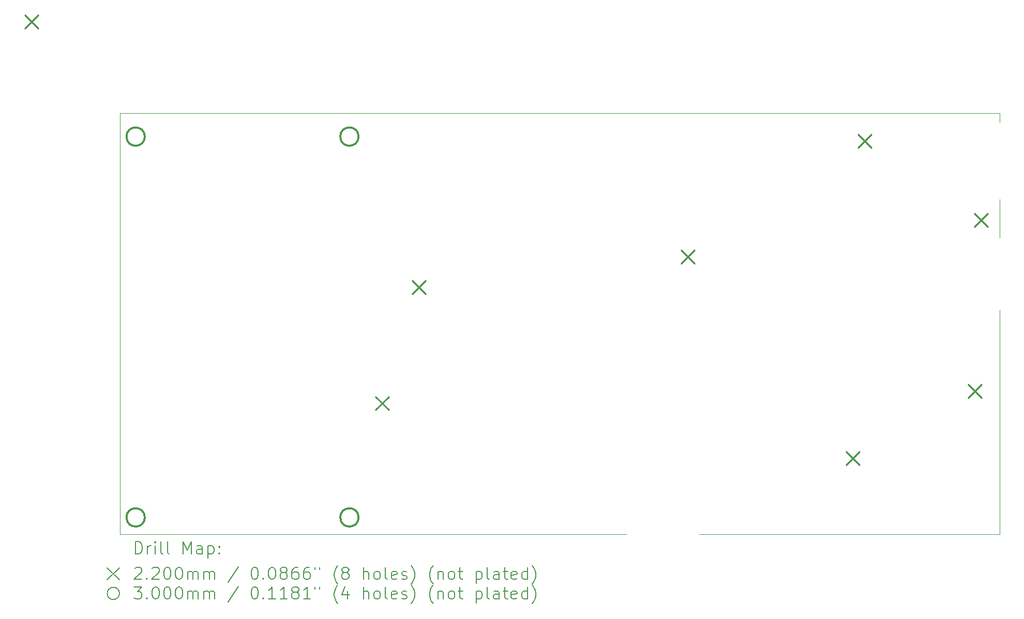
<source format=gbr>
%TF.GenerationSoftware,KiCad,Pcbnew,7.0.6-7.0.6~ubuntu22.04.1*%
%TF.CreationDate,2023-08-10T14:04:52+03:00*%
%TF.ProjectId,xray-v2,78726179-2d76-4322-9e6b-696361645f70,rev?*%
%TF.SameCoordinates,Original*%
%TF.FileFunction,Drillmap*%
%TF.FilePolarity,Positive*%
%FSLAX45Y45*%
G04 Gerber Fmt 4.5, Leading zero omitted, Abs format (unit mm)*
G04 Created by KiCad (PCBNEW 7.0.6-7.0.6~ubuntu22.04.1) date 2023-08-10 14:04:52*
%MOMM*%
%LPD*%
G01*
G04 APERTURE LIST*
%ADD10C,0.100000*%
%ADD11C,0.200000*%
%ADD12C,0.220000*%
%ADD13C,0.300000*%
G04 APERTURE END LIST*
D10*
X10000000Y-6550000D02*
X24402000Y-6550000D01*
X19485050Y-13449500D02*
X24402000Y-13450000D01*
X24402000Y-13450000D02*
X24402000Y-9772500D01*
X10000000Y-13450000D02*
X10000000Y-6550000D01*
X24402000Y-6700000D02*
X24402000Y-6550000D01*
X24402000Y-8582500D02*
X24402000Y-7960000D01*
X18295050Y-13449500D02*
X10000000Y-13450000D01*
D11*
D12*
X8450000Y-4940000D02*
X8670000Y-5160000D01*
X8670000Y-4940000D02*
X8450000Y-5160000D01*
X14190000Y-11190000D02*
X14410000Y-11410000D01*
X14410000Y-11190000D02*
X14190000Y-11410000D01*
X14790000Y-9290000D02*
X15010000Y-9510000D01*
X15010000Y-9290000D02*
X14790000Y-9510000D01*
X19190000Y-8790000D02*
X19410000Y-9010000D01*
X19410000Y-8790000D02*
X19190000Y-9010000D01*
X21890000Y-12090000D02*
X22110000Y-12310000D01*
X22110000Y-12090000D02*
X21890000Y-12310000D01*
X22090000Y-6890000D02*
X22310000Y-7110000D01*
X22310000Y-6890000D02*
X22090000Y-7110000D01*
X23890000Y-10990000D02*
X24110000Y-11210000D01*
X24110000Y-10990000D02*
X23890000Y-11210000D01*
X23990000Y-8190000D02*
X24210000Y-8410000D01*
X24210000Y-8190000D02*
X23990000Y-8410000D01*
D13*
X10410000Y-6930000D02*
G75*
G03*
X10410000Y-6930000I-150000J0D01*
G01*
X10410000Y-13170000D02*
G75*
G03*
X10410000Y-13170000I-150000J0D01*
G01*
X13910000Y-6930000D02*
G75*
G03*
X13910000Y-6930000I-150000J0D01*
G01*
X13910000Y-13170000D02*
G75*
G03*
X13910000Y-13170000I-150000J0D01*
G01*
D11*
X10255777Y-13766984D02*
X10255777Y-13566984D01*
X10255777Y-13566984D02*
X10303396Y-13566984D01*
X10303396Y-13566984D02*
X10331967Y-13576508D01*
X10331967Y-13576508D02*
X10351015Y-13595555D01*
X10351015Y-13595555D02*
X10360539Y-13614603D01*
X10360539Y-13614603D02*
X10370063Y-13652698D01*
X10370063Y-13652698D02*
X10370063Y-13681269D01*
X10370063Y-13681269D02*
X10360539Y-13719365D01*
X10360539Y-13719365D02*
X10351015Y-13738412D01*
X10351015Y-13738412D02*
X10331967Y-13757460D01*
X10331967Y-13757460D02*
X10303396Y-13766984D01*
X10303396Y-13766984D02*
X10255777Y-13766984D01*
X10455777Y-13766984D02*
X10455777Y-13633650D01*
X10455777Y-13671746D02*
X10465301Y-13652698D01*
X10465301Y-13652698D02*
X10474824Y-13643174D01*
X10474824Y-13643174D02*
X10493872Y-13633650D01*
X10493872Y-13633650D02*
X10512920Y-13633650D01*
X10579586Y-13766984D02*
X10579586Y-13633650D01*
X10579586Y-13566984D02*
X10570063Y-13576508D01*
X10570063Y-13576508D02*
X10579586Y-13586031D01*
X10579586Y-13586031D02*
X10589110Y-13576508D01*
X10589110Y-13576508D02*
X10579586Y-13566984D01*
X10579586Y-13566984D02*
X10579586Y-13586031D01*
X10703396Y-13766984D02*
X10684348Y-13757460D01*
X10684348Y-13757460D02*
X10674824Y-13738412D01*
X10674824Y-13738412D02*
X10674824Y-13566984D01*
X10808158Y-13766984D02*
X10789110Y-13757460D01*
X10789110Y-13757460D02*
X10779586Y-13738412D01*
X10779586Y-13738412D02*
X10779586Y-13566984D01*
X11036729Y-13766984D02*
X11036729Y-13566984D01*
X11036729Y-13566984D02*
X11103396Y-13709841D01*
X11103396Y-13709841D02*
X11170063Y-13566984D01*
X11170063Y-13566984D02*
X11170063Y-13766984D01*
X11351015Y-13766984D02*
X11351015Y-13662222D01*
X11351015Y-13662222D02*
X11341491Y-13643174D01*
X11341491Y-13643174D02*
X11322443Y-13633650D01*
X11322443Y-13633650D02*
X11284348Y-13633650D01*
X11284348Y-13633650D02*
X11265301Y-13643174D01*
X11351015Y-13757460D02*
X11331967Y-13766984D01*
X11331967Y-13766984D02*
X11284348Y-13766984D01*
X11284348Y-13766984D02*
X11265301Y-13757460D01*
X11265301Y-13757460D02*
X11255777Y-13738412D01*
X11255777Y-13738412D02*
X11255777Y-13719365D01*
X11255777Y-13719365D02*
X11265301Y-13700317D01*
X11265301Y-13700317D02*
X11284348Y-13690793D01*
X11284348Y-13690793D02*
X11331967Y-13690793D01*
X11331967Y-13690793D02*
X11351015Y-13681269D01*
X11446253Y-13633650D02*
X11446253Y-13833650D01*
X11446253Y-13643174D02*
X11465301Y-13633650D01*
X11465301Y-13633650D02*
X11503396Y-13633650D01*
X11503396Y-13633650D02*
X11522443Y-13643174D01*
X11522443Y-13643174D02*
X11531967Y-13652698D01*
X11531967Y-13652698D02*
X11541491Y-13671746D01*
X11541491Y-13671746D02*
X11541491Y-13728888D01*
X11541491Y-13728888D02*
X11531967Y-13747936D01*
X11531967Y-13747936D02*
X11522443Y-13757460D01*
X11522443Y-13757460D02*
X11503396Y-13766984D01*
X11503396Y-13766984D02*
X11465301Y-13766984D01*
X11465301Y-13766984D02*
X11446253Y-13757460D01*
X11627205Y-13747936D02*
X11636729Y-13757460D01*
X11636729Y-13757460D02*
X11627205Y-13766984D01*
X11627205Y-13766984D02*
X11617682Y-13757460D01*
X11617682Y-13757460D02*
X11627205Y-13747936D01*
X11627205Y-13747936D02*
X11627205Y-13766984D01*
X11627205Y-13643174D02*
X11636729Y-13652698D01*
X11636729Y-13652698D02*
X11627205Y-13662222D01*
X11627205Y-13662222D02*
X11617682Y-13652698D01*
X11617682Y-13652698D02*
X11627205Y-13643174D01*
X11627205Y-13643174D02*
X11627205Y-13662222D01*
X9795000Y-13995500D02*
X9995000Y-14195500D01*
X9995000Y-13995500D02*
X9795000Y-14195500D01*
X10246253Y-14006031D02*
X10255777Y-13996508D01*
X10255777Y-13996508D02*
X10274824Y-13986984D01*
X10274824Y-13986984D02*
X10322444Y-13986984D01*
X10322444Y-13986984D02*
X10341491Y-13996508D01*
X10341491Y-13996508D02*
X10351015Y-14006031D01*
X10351015Y-14006031D02*
X10360539Y-14025079D01*
X10360539Y-14025079D02*
X10360539Y-14044127D01*
X10360539Y-14044127D02*
X10351015Y-14072698D01*
X10351015Y-14072698D02*
X10236729Y-14186984D01*
X10236729Y-14186984D02*
X10360539Y-14186984D01*
X10446253Y-14167936D02*
X10455777Y-14177460D01*
X10455777Y-14177460D02*
X10446253Y-14186984D01*
X10446253Y-14186984D02*
X10436729Y-14177460D01*
X10436729Y-14177460D02*
X10446253Y-14167936D01*
X10446253Y-14167936D02*
X10446253Y-14186984D01*
X10531967Y-14006031D02*
X10541491Y-13996508D01*
X10541491Y-13996508D02*
X10560539Y-13986984D01*
X10560539Y-13986984D02*
X10608158Y-13986984D01*
X10608158Y-13986984D02*
X10627205Y-13996508D01*
X10627205Y-13996508D02*
X10636729Y-14006031D01*
X10636729Y-14006031D02*
X10646253Y-14025079D01*
X10646253Y-14025079D02*
X10646253Y-14044127D01*
X10646253Y-14044127D02*
X10636729Y-14072698D01*
X10636729Y-14072698D02*
X10522444Y-14186984D01*
X10522444Y-14186984D02*
X10646253Y-14186984D01*
X10770063Y-13986984D02*
X10789110Y-13986984D01*
X10789110Y-13986984D02*
X10808158Y-13996508D01*
X10808158Y-13996508D02*
X10817682Y-14006031D01*
X10817682Y-14006031D02*
X10827205Y-14025079D01*
X10827205Y-14025079D02*
X10836729Y-14063174D01*
X10836729Y-14063174D02*
X10836729Y-14110793D01*
X10836729Y-14110793D02*
X10827205Y-14148888D01*
X10827205Y-14148888D02*
X10817682Y-14167936D01*
X10817682Y-14167936D02*
X10808158Y-14177460D01*
X10808158Y-14177460D02*
X10789110Y-14186984D01*
X10789110Y-14186984D02*
X10770063Y-14186984D01*
X10770063Y-14186984D02*
X10751015Y-14177460D01*
X10751015Y-14177460D02*
X10741491Y-14167936D01*
X10741491Y-14167936D02*
X10731967Y-14148888D01*
X10731967Y-14148888D02*
X10722444Y-14110793D01*
X10722444Y-14110793D02*
X10722444Y-14063174D01*
X10722444Y-14063174D02*
X10731967Y-14025079D01*
X10731967Y-14025079D02*
X10741491Y-14006031D01*
X10741491Y-14006031D02*
X10751015Y-13996508D01*
X10751015Y-13996508D02*
X10770063Y-13986984D01*
X10960539Y-13986984D02*
X10979586Y-13986984D01*
X10979586Y-13986984D02*
X10998634Y-13996508D01*
X10998634Y-13996508D02*
X11008158Y-14006031D01*
X11008158Y-14006031D02*
X11017682Y-14025079D01*
X11017682Y-14025079D02*
X11027205Y-14063174D01*
X11027205Y-14063174D02*
X11027205Y-14110793D01*
X11027205Y-14110793D02*
X11017682Y-14148888D01*
X11017682Y-14148888D02*
X11008158Y-14167936D01*
X11008158Y-14167936D02*
X10998634Y-14177460D01*
X10998634Y-14177460D02*
X10979586Y-14186984D01*
X10979586Y-14186984D02*
X10960539Y-14186984D01*
X10960539Y-14186984D02*
X10941491Y-14177460D01*
X10941491Y-14177460D02*
X10931967Y-14167936D01*
X10931967Y-14167936D02*
X10922444Y-14148888D01*
X10922444Y-14148888D02*
X10912920Y-14110793D01*
X10912920Y-14110793D02*
X10912920Y-14063174D01*
X10912920Y-14063174D02*
X10922444Y-14025079D01*
X10922444Y-14025079D02*
X10931967Y-14006031D01*
X10931967Y-14006031D02*
X10941491Y-13996508D01*
X10941491Y-13996508D02*
X10960539Y-13986984D01*
X11112920Y-14186984D02*
X11112920Y-14053650D01*
X11112920Y-14072698D02*
X11122444Y-14063174D01*
X11122444Y-14063174D02*
X11141491Y-14053650D01*
X11141491Y-14053650D02*
X11170063Y-14053650D01*
X11170063Y-14053650D02*
X11189110Y-14063174D01*
X11189110Y-14063174D02*
X11198634Y-14082222D01*
X11198634Y-14082222D02*
X11198634Y-14186984D01*
X11198634Y-14082222D02*
X11208158Y-14063174D01*
X11208158Y-14063174D02*
X11227205Y-14053650D01*
X11227205Y-14053650D02*
X11255777Y-14053650D01*
X11255777Y-14053650D02*
X11274824Y-14063174D01*
X11274824Y-14063174D02*
X11284348Y-14082222D01*
X11284348Y-14082222D02*
X11284348Y-14186984D01*
X11379586Y-14186984D02*
X11379586Y-14053650D01*
X11379586Y-14072698D02*
X11389110Y-14063174D01*
X11389110Y-14063174D02*
X11408158Y-14053650D01*
X11408158Y-14053650D02*
X11436729Y-14053650D01*
X11436729Y-14053650D02*
X11455777Y-14063174D01*
X11455777Y-14063174D02*
X11465301Y-14082222D01*
X11465301Y-14082222D02*
X11465301Y-14186984D01*
X11465301Y-14082222D02*
X11474824Y-14063174D01*
X11474824Y-14063174D02*
X11493872Y-14053650D01*
X11493872Y-14053650D02*
X11522443Y-14053650D01*
X11522443Y-14053650D02*
X11541491Y-14063174D01*
X11541491Y-14063174D02*
X11551015Y-14082222D01*
X11551015Y-14082222D02*
X11551015Y-14186984D01*
X11941491Y-13977460D02*
X11770063Y-14234603D01*
X12198634Y-13986984D02*
X12217682Y-13986984D01*
X12217682Y-13986984D02*
X12236729Y-13996508D01*
X12236729Y-13996508D02*
X12246253Y-14006031D01*
X12246253Y-14006031D02*
X12255777Y-14025079D01*
X12255777Y-14025079D02*
X12265301Y-14063174D01*
X12265301Y-14063174D02*
X12265301Y-14110793D01*
X12265301Y-14110793D02*
X12255777Y-14148888D01*
X12255777Y-14148888D02*
X12246253Y-14167936D01*
X12246253Y-14167936D02*
X12236729Y-14177460D01*
X12236729Y-14177460D02*
X12217682Y-14186984D01*
X12217682Y-14186984D02*
X12198634Y-14186984D01*
X12198634Y-14186984D02*
X12179586Y-14177460D01*
X12179586Y-14177460D02*
X12170063Y-14167936D01*
X12170063Y-14167936D02*
X12160539Y-14148888D01*
X12160539Y-14148888D02*
X12151015Y-14110793D01*
X12151015Y-14110793D02*
X12151015Y-14063174D01*
X12151015Y-14063174D02*
X12160539Y-14025079D01*
X12160539Y-14025079D02*
X12170063Y-14006031D01*
X12170063Y-14006031D02*
X12179586Y-13996508D01*
X12179586Y-13996508D02*
X12198634Y-13986984D01*
X12351015Y-14167936D02*
X12360539Y-14177460D01*
X12360539Y-14177460D02*
X12351015Y-14186984D01*
X12351015Y-14186984D02*
X12341491Y-14177460D01*
X12341491Y-14177460D02*
X12351015Y-14167936D01*
X12351015Y-14167936D02*
X12351015Y-14186984D01*
X12484348Y-13986984D02*
X12503396Y-13986984D01*
X12503396Y-13986984D02*
X12522444Y-13996508D01*
X12522444Y-13996508D02*
X12531967Y-14006031D01*
X12531967Y-14006031D02*
X12541491Y-14025079D01*
X12541491Y-14025079D02*
X12551015Y-14063174D01*
X12551015Y-14063174D02*
X12551015Y-14110793D01*
X12551015Y-14110793D02*
X12541491Y-14148888D01*
X12541491Y-14148888D02*
X12531967Y-14167936D01*
X12531967Y-14167936D02*
X12522444Y-14177460D01*
X12522444Y-14177460D02*
X12503396Y-14186984D01*
X12503396Y-14186984D02*
X12484348Y-14186984D01*
X12484348Y-14186984D02*
X12465301Y-14177460D01*
X12465301Y-14177460D02*
X12455777Y-14167936D01*
X12455777Y-14167936D02*
X12446253Y-14148888D01*
X12446253Y-14148888D02*
X12436729Y-14110793D01*
X12436729Y-14110793D02*
X12436729Y-14063174D01*
X12436729Y-14063174D02*
X12446253Y-14025079D01*
X12446253Y-14025079D02*
X12455777Y-14006031D01*
X12455777Y-14006031D02*
X12465301Y-13996508D01*
X12465301Y-13996508D02*
X12484348Y-13986984D01*
X12665301Y-14072698D02*
X12646253Y-14063174D01*
X12646253Y-14063174D02*
X12636729Y-14053650D01*
X12636729Y-14053650D02*
X12627206Y-14034603D01*
X12627206Y-14034603D02*
X12627206Y-14025079D01*
X12627206Y-14025079D02*
X12636729Y-14006031D01*
X12636729Y-14006031D02*
X12646253Y-13996508D01*
X12646253Y-13996508D02*
X12665301Y-13986984D01*
X12665301Y-13986984D02*
X12703396Y-13986984D01*
X12703396Y-13986984D02*
X12722444Y-13996508D01*
X12722444Y-13996508D02*
X12731967Y-14006031D01*
X12731967Y-14006031D02*
X12741491Y-14025079D01*
X12741491Y-14025079D02*
X12741491Y-14034603D01*
X12741491Y-14034603D02*
X12731967Y-14053650D01*
X12731967Y-14053650D02*
X12722444Y-14063174D01*
X12722444Y-14063174D02*
X12703396Y-14072698D01*
X12703396Y-14072698D02*
X12665301Y-14072698D01*
X12665301Y-14072698D02*
X12646253Y-14082222D01*
X12646253Y-14082222D02*
X12636729Y-14091746D01*
X12636729Y-14091746D02*
X12627206Y-14110793D01*
X12627206Y-14110793D02*
X12627206Y-14148888D01*
X12627206Y-14148888D02*
X12636729Y-14167936D01*
X12636729Y-14167936D02*
X12646253Y-14177460D01*
X12646253Y-14177460D02*
X12665301Y-14186984D01*
X12665301Y-14186984D02*
X12703396Y-14186984D01*
X12703396Y-14186984D02*
X12722444Y-14177460D01*
X12722444Y-14177460D02*
X12731967Y-14167936D01*
X12731967Y-14167936D02*
X12741491Y-14148888D01*
X12741491Y-14148888D02*
X12741491Y-14110793D01*
X12741491Y-14110793D02*
X12731967Y-14091746D01*
X12731967Y-14091746D02*
X12722444Y-14082222D01*
X12722444Y-14082222D02*
X12703396Y-14072698D01*
X12912920Y-13986984D02*
X12874825Y-13986984D01*
X12874825Y-13986984D02*
X12855777Y-13996508D01*
X12855777Y-13996508D02*
X12846253Y-14006031D01*
X12846253Y-14006031D02*
X12827206Y-14034603D01*
X12827206Y-14034603D02*
X12817682Y-14072698D01*
X12817682Y-14072698D02*
X12817682Y-14148888D01*
X12817682Y-14148888D02*
X12827206Y-14167936D01*
X12827206Y-14167936D02*
X12836729Y-14177460D01*
X12836729Y-14177460D02*
X12855777Y-14186984D01*
X12855777Y-14186984D02*
X12893872Y-14186984D01*
X12893872Y-14186984D02*
X12912920Y-14177460D01*
X12912920Y-14177460D02*
X12922444Y-14167936D01*
X12922444Y-14167936D02*
X12931967Y-14148888D01*
X12931967Y-14148888D02*
X12931967Y-14101269D01*
X12931967Y-14101269D02*
X12922444Y-14082222D01*
X12922444Y-14082222D02*
X12912920Y-14072698D01*
X12912920Y-14072698D02*
X12893872Y-14063174D01*
X12893872Y-14063174D02*
X12855777Y-14063174D01*
X12855777Y-14063174D02*
X12836729Y-14072698D01*
X12836729Y-14072698D02*
X12827206Y-14082222D01*
X12827206Y-14082222D02*
X12817682Y-14101269D01*
X13103396Y-13986984D02*
X13065301Y-13986984D01*
X13065301Y-13986984D02*
X13046253Y-13996508D01*
X13046253Y-13996508D02*
X13036729Y-14006031D01*
X13036729Y-14006031D02*
X13017682Y-14034603D01*
X13017682Y-14034603D02*
X13008158Y-14072698D01*
X13008158Y-14072698D02*
X13008158Y-14148888D01*
X13008158Y-14148888D02*
X13017682Y-14167936D01*
X13017682Y-14167936D02*
X13027206Y-14177460D01*
X13027206Y-14177460D02*
X13046253Y-14186984D01*
X13046253Y-14186984D02*
X13084348Y-14186984D01*
X13084348Y-14186984D02*
X13103396Y-14177460D01*
X13103396Y-14177460D02*
X13112920Y-14167936D01*
X13112920Y-14167936D02*
X13122444Y-14148888D01*
X13122444Y-14148888D02*
X13122444Y-14101269D01*
X13122444Y-14101269D02*
X13112920Y-14082222D01*
X13112920Y-14082222D02*
X13103396Y-14072698D01*
X13103396Y-14072698D02*
X13084348Y-14063174D01*
X13084348Y-14063174D02*
X13046253Y-14063174D01*
X13046253Y-14063174D02*
X13027206Y-14072698D01*
X13027206Y-14072698D02*
X13017682Y-14082222D01*
X13017682Y-14082222D02*
X13008158Y-14101269D01*
X13198634Y-13986984D02*
X13198634Y-14025079D01*
X13274825Y-13986984D02*
X13274825Y-14025079D01*
X13570063Y-14263174D02*
X13560539Y-14253650D01*
X13560539Y-14253650D02*
X13541491Y-14225079D01*
X13541491Y-14225079D02*
X13531968Y-14206031D01*
X13531968Y-14206031D02*
X13522444Y-14177460D01*
X13522444Y-14177460D02*
X13512920Y-14129841D01*
X13512920Y-14129841D02*
X13512920Y-14091746D01*
X13512920Y-14091746D02*
X13522444Y-14044127D01*
X13522444Y-14044127D02*
X13531968Y-14015555D01*
X13531968Y-14015555D02*
X13541491Y-13996508D01*
X13541491Y-13996508D02*
X13560539Y-13967936D01*
X13560539Y-13967936D02*
X13570063Y-13958412D01*
X13674825Y-14072698D02*
X13655777Y-14063174D01*
X13655777Y-14063174D02*
X13646253Y-14053650D01*
X13646253Y-14053650D02*
X13636729Y-14034603D01*
X13636729Y-14034603D02*
X13636729Y-14025079D01*
X13636729Y-14025079D02*
X13646253Y-14006031D01*
X13646253Y-14006031D02*
X13655777Y-13996508D01*
X13655777Y-13996508D02*
X13674825Y-13986984D01*
X13674825Y-13986984D02*
X13712920Y-13986984D01*
X13712920Y-13986984D02*
X13731968Y-13996508D01*
X13731968Y-13996508D02*
X13741491Y-14006031D01*
X13741491Y-14006031D02*
X13751015Y-14025079D01*
X13751015Y-14025079D02*
X13751015Y-14034603D01*
X13751015Y-14034603D02*
X13741491Y-14053650D01*
X13741491Y-14053650D02*
X13731968Y-14063174D01*
X13731968Y-14063174D02*
X13712920Y-14072698D01*
X13712920Y-14072698D02*
X13674825Y-14072698D01*
X13674825Y-14072698D02*
X13655777Y-14082222D01*
X13655777Y-14082222D02*
X13646253Y-14091746D01*
X13646253Y-14091746D02*
X13636729Y-14110793D01*
X13636729Y-14110793D02*
X13636729Y-14148888D01*
X13636729Y-14148888D02*
X13646253Y-14167936D01*
X13646253Y-14167936D02*
X13655777Y-14177460D01*
X13655777Y-14177460D02*
X13674825Y-14186984D01*
X13674825Y-14186984D02*
X13712920Y-14186984D01*
X13712920Y-14186984D02*
X13731968Y-14177460D01*
X13731968Y-14177460D02*
X13741491Y-14167936D01*
X13741491Y-14167936D02*
X13751015Y-14148888D01*
X13751015Y-14148888D02*
X13751015Y-14110793D01*
X13751015Y-14110793D02*
X13741491Y-14091746D01*
X13741491Y-14091746D02*
X13731968Y-14082222D01*
X13731968Y-14082222D02*
X13712920Y-14072698D01*
X13989110Y-14186984D02*
X13989110Y-13986984D01*
X14074825Y-14186984D02*
X14074825Y-14082222D01*
X14074825Y-14082222D02*
X14065301Y-14063174D01*
X14065301Y-14063174D02*
X14046253Y-14053650D01*
X14046253Y-14053650D02*
X14017682Y-14053650D01*
X14017682Y-14053650D02*
X13998634Y-14063174D01*
X13998634Y-14063174D02*
X13989110Y-14072698D01*
X14198634Y-14186984D02*
X14179587Y-14177460D01*
X14179587Y-14177460D02*
X14170063Y-14167936D01*
X14170063Y-14167936D02*
X14160539Y-14148888D01*
X14160539Y-14148888D02*
X14160539Y-14091746D01*
X14160539Y-14091746D02*
X14170063Y-14072698D01*
X14170063Y-14072698D02*
X14179587Y-14063174D01*
X14179587Y-14063174D02*
X14198634Y-14053650D01*
X14198634Y-14053650D02*
X14227206Y-14053650D01*
X14227206Y-14053650D02*
X14246253Y-14063174D01*
X14246253Y-14063174D02*
X14255777Y-14072698D01*
X14255777Y-14072698D02*
X14265301Y-14091746D01*
X14265301Y-14091746D02*
X14265301Y-14148888D01*
X14265301Y-14148888D02*
X14255777Y-14167936D01*
X14255777Y-14167936D02*
X14246253Y-14177460D01*
X14246253Y-14177460D02*
X14227206Y-14186984D01*
X14227206Y-14186984D02*
X14198634Y-14186984D01*
X14379587Y-14186984D02*
X14360539Y-14177460D01*
X14360539Y-14177460D02*
X14351015Y-14158412D01*
X14351015Y-14158412D02*
X14351015Y-13986984D01*
X14531968Y-14177460D02*
X14512920Y-14186984D01*
X14512920Y-14186984D02*
X14474825Y-14186984D01*
X14474825Y-14186984D02*
X14455777Y-14177460D01*
X14455777Y-14177460D02*
X14446253Y-14158412D01*
X14446253Y-14158412D02*
X14446253Y-14082222D01*
X14446253Y-14082222D02*
X14455777Y-14063174D01*
X14455777Y-14063174D02*
X14474825Y-14053650D01*
X14474825Y-14053650D02*
X14512920Y-14053650D01*
X14512920Y-14053650D02*
X14531968Y-14063174D01*
X14531968Y-14063174D02*
X14541491Y-14082222D01*
X14541491Y-14082222D02*
X14541491Y-14101269D01*
X14541491Y-14101269D02*
X14446253Y-14120317D01*
X14617682Y-14177460D02*
X14636730Y-14186984D01*
X14636730Y-14186984D02*
X14674825Y-14186984D01*
X14674825Y-14186984D02*
X14693872Y-14177460D01*
X14693872Y-14177460D02*
X14703396Y-14158412D01*
X14703396Y-14158412D02*
X14703396Y-14148888D01*
X14703396Y-14148888D02*
X14693872Y-14129841D01*
X14693872Y-14129841D02*
X14674825Y-14120317D01*
X14674825Y-14120317D02*
X14646253Y-14120317D01*
X14646253Y-14120317D02*
X14627206Y-14110793D01*
X14627206Y-14110793D02*
X14617682Y-14091746D01*
X14617682Y-14091746D02*
X14617682Y-14082222D01*
X14617682Y-14082222D02*
X14627206Y-14063174D01*
X14627206Y-14063174D02*
X14646253Y-14053650D01*
X14646253Y-14053650D02*
X14674825Y-14053650D01*
X14674825Y-14053650D02*
X14693872Y-14063174D01*
X14770063Y-14263174D02*
X14779587Y-14253650D01*
X14779587Y-14253650D02*
X14798634Y-14225079D01*
X14798634Y-14225079D02*
X14808158Y-14206031D01*
X14808158Y-14206031D02*
X14817682Y-14177460D01*
X14817682Y-14177460D02*
X14827206Y-14129841D01*
X14827206Y-14129841D02*
X14827206Y-14091746D01*
X14827206Y-14091746D02*
X14817682Y-14044127D01*
X14817682Y-14044127D02*
X14808158Y-14015555D01*
X14808158Y-14015555D02*
X14798634Y-13996508D01*
X14798634Y-13996508D02*
X14779587Y-13967936D01*
X14779587Y-13967936D02*
X14770063Y-13958412D01*
X15131968Y-14263174D02*
X15122444Y-14253650D01*
X15122444Y-14253650D02*
X15103396Y-14225079D01*
X15103396Y-14225079D02*
X15093872Y-14206031D01*
X15093872Y-14206031D02*
X15084349Y-14177460D01*
X15084349Y-14177460D02*
X15074825Y-14129841D01*
X15074825Y-14129841D02*
X15074825Y-14091746D01*
X15074825Y-14091746D02*
X15084349Y-14044127D01*
X15084349Y-14044127D02*
X15093872Y-14015555D01*
X15093872Y-14015555D02*
X15103396Y-13996508D01*
X15103396Y-13996508D02*
X15122444Y-13967936D01*
X15122444Y-13967936D02*
X15131968Y-13958412D01*
X15208158Y-14053650D02*
X15208158Y-14186984D01*
X15208158Y-14072698D02*
X15217682Y-14063174D01*
X15217682Y-14063174D02*
X15236730Y-14053650D01*
X15236730Y-14053650D02*
X15265301Y-14053650D01*
X15265301Y-14053650D02*
X15284349Y-14063174D01*
X15284349Y-14063174D02*
X15293872Y-14082222D01*
X15293872Y-14082222D02*
X15293872Y-14186984D01*
X15417682Y-14186984D02*
X15398634Y-14177460D01*
X15398634Y-14177460D02*
X15389111Y-14167936D01*
X15389111Y-14167936D02*
X15379587Y-14148888D01*
X15379587Y-14148888D02*
X15379587Y-14091746D01*
X15379587Y-14091746D02*
X15389111Y-14072698D01*
X15389111Y-14072698D02*
X15398634Y-14063174D01*
X15398634Y-14063174D02*
X15417682Y-14053650D01*
X15417682Y-14053650D02*
X15446253Y-14053650D01*
X15446253Y-14053650D02*
X15465301Y-14063174D01*
X15465301Y-14063174D02*
X15474825Y-14072698D01*
X15474825Y-14072698D02*
X15484349Y-14091746D01*
X15484349Y-14091746D02*
X15484349Y-14148888D01*
X15484349Y-14148888D02*
X15474825Y-14167936D01*
X15474825Y-14167936D02*
X15465301Y-14177460D01*
X15465301Y-14177460D02*
X15446253Y-14186984D01*
X15446253Y-14186984D02*
X15417682Y-14186984D01*
X15541492Y-14053650D02*
X15617682Y-14053650D01*
X15570063Y-13986984D02*
X15570063Y-14158412D01*
X15570063Y-14158412D02*
X15579587Y-14177460D01*
X15579587Y-14177460D02*
X15598634Y-14186984D01*
X15598634Y-14186984D02*
X15617682Y-14186984D01*
X15836730Y-14053650D02*
X15836730Y-14253650D01*
X15836730Y-14063174D02*
X15855777Y-14053650D01*
X15855777Y-14053650D02*
X15893873Y-14053650D01*
X15893873Y-14053650D02*
X15912920Y-14063174D01*
X15912920Y-14063174D02*
X15922444Y-14072698D01*
X15922444Y-14072698D02*
X15931968Y-14091746D01*
X15931968Y-14091746D02*
X15931968Y-14148888D01*
X15931968Y-14148888D02*
X15922444Y-14167936D01*
X15922444Y-14167936D02*
X15912920Y-14177460D01*
X15912920Y-14177460D02*
X15893873Y-14186984D01*
X15893873Y-14186984D02*
X15855777Y-14186984D01*
X15855777Y-14186984D02*
X15836730Y-14177460D01*
X16046253Y-14186984D02*
X16027206Y-14177460D01*
X16027206Y-14177460D02*
X16017682Y-14158412D01*
X16017682Y-14158412D02*
X16017682Y-13986984D01*
X16208158Y-14186984D02*
X16208158Y-14082222D01*
X16208158Y-14082222D02*
X16198634Y-14063174D01*
X16198634Y-14063174D02*
X16179587Y-14053650D01*
X16179587Y-14053650D02*
X16141492Y-14053650D01*
X16141492Y-14053650D02*
X16122444Y-14063174D01*
X16208158Y-14177460D02*
X16189111Y-14186984D01*
X16189111Y-14186984D02*
X16141492Y-14186984D01*
X16141492Y-14186984D02*
X16122444Y-14177460D01*
X16122444Y-14177460D02*
X16112920Y-14158412D01*
X16112920Y-14158412D02*
X16112920Y-14139365D01*
X16112920Y-14139365D02*
X16122444Y-14120317D01*
X16122444Y-14120317D02*
X16141492Y-14110793D01*
X16141492Y-14110793D02*
X16189111Y-14110793D01*
X16189111Y-14110793D02*
X16208158Y-14101269D01*
X16274825Y-14053650D02*
X16351015Y-14053650D01*
X16303396Y-13986984D02*
X16303396Y-14158412D01*
X16303396Y-14158412D02*
X16312920Y-14177460D01*
X16312920Y-14177460D02*
X16331968Y-14186984D01*
X16331968Y-14186984D02*
X16351015Y-14186984D01*
X16493873Y-14177460D02*
X16474825Y-14186984D01*
X16474825Y-14186984D02*
X16436730Y-14186984D01*
X16436730Y-14186984D02*
X16417682Y-14177460D01*
X16417682Y-14177460D02*
X16408158Y-14158412D01*
X16408158Y-14158412D02*
X16408158Y-14082222D01*
X16408158Y-14082222D02*
X16417682Y-14063174D01*
X16417682Y-14063174D02*
X16436730Y-14053650D01*
X16436730Y-14053650D02*
X16474825Y-14053650D01*
X16474825Y-14053650D02*
X16493873Y-14063174D01*
X16493873Y-14063174D02*
X16503396Y-14082222D01*
X16503396Y-14082222D02*
X16503396Y-14101269D01*
X16503396Y-14101269D02*
X16408158Y-14120317D01*
X16674825Y-14186984D02*
X16674825Y-13986984D01*
X16674825Y-14177460D02*
X16655777Y-14186984D01*
X16655777Y-14186984D02*
X16617682Y-14186984D01*
X16617682Y-14186984D02*
X16598634Y-14177460D01*
X16598634Y-14177460D02*
X16589111Y-14167936D01*
X16589111Y-14167936D02*
X16579587Y-14148888D01*
X16579587Y-14148888D02*
X16579587Y-14091746D01*
X16579587Y-14091746D02*
X16589111Y-14072698D01*
X16589111Y-14072698D02*
X16598634Y-14063174D01*
X16598634Y-14063174D02*
X16617682Y-14053650D01*
X16617682Y-14053650D02*
X16655777Y-14053650D01*
X16655777Y-14053650D02*
X16674825Y-14063174D01*
X16751015Y-14263174D02*
X16760539Y-14253650D01*
X16760539Y-14253650D02*
X16779587Y-14225079D01*
X16779587Y-14225079D02*
X16789111Y-14206031D01*
X16789111Y-14206031D02*
X16798635Y-14177460D01*
X16798635Y-14177460D02*
X16808158Y-14129841D01*
X16808158Y-14129841D02*
X16808158Y-14091746D01*
X16808158Y-14091746D02*
X16798635Y-14044127D01*
X16798635Y-14044127D02*
X16789111Y-14015555D01*
X16789111Y-14015555D02*
X16779587Y-13996508D01*
X16779587Y-13996508D02*
X16760539Y-13967936D01*
X16760539Y-13967936D02*
X16751015Y-13958412D01*
X9995000Y-14415500D02*
G75*
G03*
X9995000Y-14415500I-100000J0D01*
G01*
X10236729Y-14306984D02*
X10360539Y-14306984D01*
X10360539Y-14306984D02*
X10293872Y-14383174D01*
X10293872Y-14383174D02*
X10322444Y-14383174D01*
X10322444Y-14383174D02*
X10341491Y-14392698D01*
X10341491Y-14392698D02*
X10351015Y-14402222D01*
X10351015Y-14402222D02*
X10360539Y-14421269D01*
X10360539Y-14421269D02*
X10360539Y-14468888D01*
X10360539Y-14468888D02*
X10351015Y-14487936D01*
X10351015Y-14487936D02*
X10341491Y-14497460D01*
X10341491Y-14497460D02*
X10322444Y-14506984D01*
X10322444Y-14506984D02*
X10265301Y-14506984D01*
X10265301Y-14506984D02*
X10246253Y-14497460D01*
X10246253Y-14497460D02*
X10236729Y-14487936D01*
X10446253Y-14487936D02*
X10455777Y-14497460D01*
X10455777Y-14497460D02*
X10446253Y-14506984D01*
X10446253Y-14506984D02*
X10436729Y-14497460D01*
X10436729Y-14497460D02*
X10446253Y-14487936D01*
X10446253Y-14487936D02*
X10446253Y-14506984D01*
X10579586Y-14306984D02*
X10598634Y-14306984D01*
X10598634Y-14306984D02*
X10617682Y-14316508D01*
X10617682Y-14316508D02*
X10627205Y-14326031D01*
X10627205Y-14326031D02*
X10636729Y-14345079D01*
X10636729Y-14345079D02*
X10646253Y-14383174D01*
X10646253Y-14383174D02*
X10646253Y-14430793D01*
X10646253Y-14430793D02*
X10636729Y-14468888D01*
X10636729Y-14468888D02*
X10627205Y-14487936D01*
X10627205Y-14487936D02*
X10617682Y-14497460D01*
X10617682Y-14497460D02*
X10598634Y-14506984D01*
X10598634Y-14506984D02*
X10579586Y-14506984D01*
X10579586Y-14506984D02*
X10560539Y-14497460D01*
X10560539Y-14497460D02*
X10551015Y-14487936D01*
X10551015Y-14487936D02*
X10541491Y-14468888D01*
X10541491Y-14468888D02*
X10531967Y-14430793D01*
X10531967Y-14430793D02*
X10531967Y-14383174D01*
X10531967Y-14383174D02*
X10541491Y-14345079D01*
X10541491Y-14345079D02*
X10551015Y-14326031D01*
X10551015Y-14326031D02*
X10560539Y-14316508D01*
X10560539Y-14316508D02*
X10579586Y-14306984D01*
X10770063Y-14306984D02*
X10789110Y-14306984D01*
X10789110Y-14306984D02*
X10808158Y-14316508D01*
X10808158Y-14316508D02*
X10817682Y-14326031D01*
X10817682Y-14326031D02*
X10827205Y-14345079D01*
X10827205Y-14345079D02*
X10836729Y-14383174D01*
X10836729Y-14383174D02*
X10836729Y-14430793D01*
X10836729Y-14430793D02*
X10827205Y-14468888D01*
X10827205Y-14468888D02*
X10817682Y-14487936D01*
X10817682Y-14487936D02*
X10808158Y-14497460D01*
X10808158Y-14497460D02*
X10789110Y-14506984D01*
X10789110Y-14506984D02*
X10770063Y-14506984D01*
X10770063Y-14506984D02*
X10751015Y-14497460D01*
X10751015Y-14497460D02*
X10741491Y-14487936D01*
X10741491Y-14487936D02*
X10731967Y-14468888D01*
X10731967Y-14468888D02*
X10722444Y-14430793D01*
X10722444Y-14430793D02*
X10722444Y-14383174D01*
X10722444Y-14383174D02*
X10731967Y-14345079D01*
X10731967Y-14345079D02*
X10741491Y-14326031D01*
X10741491Y-14326031D02*
X10751015Y-14316508D01*
X10751015Y-14316508D02*
X10770063Y-14306984D01*
X10960539Y-14306984D02*
X10979586Y-14306984D01*
X10979586Y-14306984D02*
X10998634Y-14316508D01*
X10998634Y-14316508D02*
X11008158Y-14326031D01*
X11008158Y-14326031D02*
X11017682Y-14345079D01*
X11017682Y-14345079D02*
X11027205Y-14383174D01*
X11027205Y-14383174D02*
X11027205Y-14430793D01*
X11027205Y-14430793D02*
X11017682Y-14468888D01*
X11017682Y-14468888D02*
X11008158Y-14487936D01*
X11008158Y-14487936D02*
X10998634Y-14497460D01*
X10998634Y-14497460D02*
X10979586Y-14506984D01*
X10979586Y-14506984D02*
X10960539Y-14506984D01*
X10960539Y-14506984D02*
X10941491Y-14497460D01*
X10941491Y-14497460D02*
X10931967Y-14487936D01*
X10931967Y-14487936D02*
X10922444Y-14468888D01*
X10922444Y-14468888D02*
X10912920Y-14430793D01*
X10912920Y-14430793D02*
X10912920Y-14383174D01*
X10912920Y-14383174D02*
X10922444Y-14345079D01*
X10922444Y-14345079D02*
X10931967Y-14326031D01*
X10931967Y-14326031D02*
X10941491Y-14316508D01*
X10941491Y-14316508D02*
X10960539Y-14306984D01*
X11112920Y-14506984D02*
X11112920Y-14373650D01*
X11112920Y-14392698D02*
X11122444Y-14383174D01*
X11122444Y-14383174D02*
X11141491Y-14373650D01*
X11141491Y-14373650D02*
X11170063Y-14373650D01*
X11170063Y-14373650D02*
X11189110Y-14383174D01*
X11189110Y-14383174D02*
X11198634Y-14402222D01*
X11198634Y-14402222D02*
X11198634Y-14506984D01*
X11198634Y-14402222D02*
X11208158Y-14383174D01*
X11208158Y-14383174D02*
X11227205Y-14373650D01*
X11227205Y-14373650D02*
X11255777Y-14373650D01*
X11255777Y-14373650D02*
X11274824Y-14383174D01*
X11274824Y-14383174D02*
X11284348Y-14402222D01*
X11284348Y-14402222D02*
X11284348Y-14506984D01*
X11379586Y-14506984D02*
X11379586Y-14373650D01*
X11379586Y-14392698D02*
X11389110Y-14383174D01*
X11389110Y-14383174D02*
X11408158Y-14373650D01*
X11408158Y-14373650D02*
X11436729Y-14373650D01*
X11436729Y-14373650D02*
X11455777Y-14383174D01*
X11455777Y-14383174D02*
X11465301Y-14402222D01*
X11465301Y-14402222D02*
X11465301Y-14506984D01*
X11465301Y-14402222D02*
X11474824Y-14383174D01*
X11474824Y-14383174D02*
X11493872Y-14373650D01*
X11493872Y-14373650D02*
X11522443Y-14373650D01*
X11522443Y-14373650D02*
X11541491Y-14383174D01*
X11541491Y-14383174D02*
X11551015Y-14402222D01*
X11551015Y-14402222D02*
X11551015Y-14506984D01*
X11941491Y-14297460D02*
X11770063Y-14554603D01*
X12198634Y-14306984D02*
X12217682Y-14306984D01*
X12217682Y-14306984D02*
X12236729Y-14316508D01*
X12236729Y-14316508D02*
X12246253Y-14326031D01*
X12246253Y-14326031D02*
X12255777Y-14345079D01*
X12255777Y-14345079D02*
X12265301Y-14383174D01*
X12265301Y-14383174D02*
X12265301Y-14430793D01*
X12265301Y-14430793D02*
X12255777Y-14468888D01*
X12255777Y-14468888D02*
X12246253Y-14487936D01*
X12246253Y-14487936D02*
X12236729Y-14497460D01*
X12236729Y-14497460D02*
X12217682Y-14506984D01*
X12217682Y-14506984D02*
X12198634Y-14506984D01*
X12198634Y-14506984D02*
X12179586Y-14497460D01*
X12179586Y-14497460D02*
X12170063Y-14487936D01*
X12170063Y-14487936D02*
X12160539Y-14468888D01*
X12160539Y-14468888D02*
X12151015Y-14430793D01*
X12151015Y-14430793D02*
X12151015Y-14383174D01*
X12151015Y-14383174D02*
X12160539Y-14345079D01*
X12160539Y-14345079D02*
X12170063Y-14326031D01*
X12170063Y-14326031D02*
X12179586Y-14316508D01*
X12179586Y-14316508D02*
X12198634Y-14306984D01*
X12351015Y-14487936D02*
X12360539Y-14497460D01*
X12360539Y-14497460D02*
X12351015Y-14506984D01*
X12351015Y-14506984D02*
X12341491Y-14497460D01*
X12341491Y-14497460D02*
X12351015Y-14487936D01*
X12351015Y-14487936D02*
X12351015Y-14506984D01*
X12551015Y-14506984D02*
X12436729Y-14506984D01*
X12493872Y-14506984D02*
X12493872Y-14306984D01*
X12493872Y-14306984D02*
X12474825Y-14335555D01*
X12474825Y-14335555D02*
X12455777Y-14354603D01*
X12455777Y-14354603D02*
X12436729Y-14364127D01*
X12741491Y-14506984D02*
X12627206Y-14506984D01*
X12684348Y-14506984D02*
X12684348Y-14306984D01*
X12684348Y-14306984D02*
X12665301Y-14335555D01*
X12665301Y-14335555D02*
X12646253Y-14354603D01*
X12646253Y-14354603D02*
X12627206Y-14364127D01*
X12855777Y-14392698D02*
X12836729Y-14383174D01*
X12836729Y-14383174D02*
X12827206Y-14373650D01*
X12827206Y-14373650D02*
X12817682Y-14354603D01*
X12817682Y-14354603D02*
X12817682Y-14345079D01*
X12817682Y-14345079D02*
X12827206Y-14326031D01*
X12827206Y-14326031D02*
X12836729Y-14316508D01*
X12836729Y-14316508D02*
X12855777Y-14306984D01*
X12855777Y-14306984D02*
X12893872Y-14306984D01*
X12893872Y-14306984D02*
X12912920Y-14316508D01*
X12912920Y-14316508D02*
X12922444Y-14326031D01*
X12922444Y-14326031D02*
X12931967Y-14345079D01*
X12931967Y-14345079D02*
X12931967Y-14354603D01*
X12931967Y-14354603D02*
X12922444Y-14373650D01*
X12922444Y-14373650D02*
X12912920Y-14383174D01*
X12912920Y-14383174D02*
X12893872Y-14392698D01*
X12893872Y-14392698D02*
X12855777Y-14392698D01*
X12855777Y-14392698D02*
X12836729Y-14402222D01*
X12836729Y-14402222D02*
X12827206Y-14411746D01*
X12827206Y-14411746D02*
X12817682Y-14430793D01*
X12817682Y-14430793D02*
X12817682Y-14468888D01*
X12817682Y-14468888D02*
X12827206Y-14487936D01*
X12827206Y-14487936D02*
X12836729Y-14497460D01*
X12836729Y-14497460D02*
X12855777Y-14506984D01*
X12855777Y-14506984D02*
X12893872Y-14506984D01*
X12893872Y-14506984D02*
X12912920Y-14497460D01*
X12912920Y-14497460D02*
X12922444Y-14487936D01*
X12922444Y-14487936D02*
X12931967Y-14468888D01*
X12931967Y-14468888D02*
X12931967Y-14430793D01*
X12931967Y-14430793D02*
X12922444Y-14411746D01*
X12922444Y-14411746D02*
X12912920Y-14402222D01*
X12912920Y-14402222D02*
X12893872Y-14392698D01*
X13122444Y-14506984D02*
X13008158Y-14506984D01*
X13065301Y-14506984D02*
X13065301Y-14306984D01*
X13065301Y-14306984D02*
X13046253Y-14335555D01*
X13046253Y-14335555D02*
X13027206Y-14354603D01*
X13027206Y-14354603D02*
X13008158Y-14364127D01*
X13198634Y-14306984D02*
X13198634Y-14345079D01*
X13274825Y-14306984D02*
X13274825Y-14345079D01*
X13570063Y-14583174D02*
X13560539Y-14573650D01*
X13560539Y-14573650D02*
X13541491Y-14545079D01*
X13541491Y-14545079D02*
X13531968Y-14526031D01*
X13531968Y-14526031D02*
X13522444Y-14497460D01*
X13522444Y-14497460D02*
X13512920Y-14449841D01*
X13512920Y-14449841D02*
X13512920Y-14411746D01*
X13512920Y-14411746D02*
X13522444Y-14364127D01*
X13522444Y-14364127D02*
X13531968Y-14335555D01*
X13531968Y-14335555D02*
X13541491Y-14316508D01*
X13541491Y-14316508D02*
X13560539Y-14287936D01*
X13560539Y-14287936D02*
X13570063Y-14278412D01*
X13731968Y-14373650D02*
X13731968Y-14506984D01*
X13684348Y-14297460D02*
X13636729Y-14440317D01*
X13636729Y-14440317D02*
X13760539Y-14440317D01*
X13989110Y-14506984D02*
X13989110Y-14306984D01*
X14074825Y-14506984D02*
X14074825Y-14402222D01*
X14074825Y-14402222D02*
X14065301Y-14383174D01*
X14065301Y-14383174D02*
X14046253Y-14373650D01*
X14046253Y-14373650D02*
X14017682Y-14373650D01*
X14017682Y-14373650D02*
X13998634Y-14383174D01*
X13998634Y-14383174D02*
X13989110Y-14392698D01*
X14198634Y-14506984D02*
X14179587Y-14497460D01*
X14179587Y-14497460D02*
X14170063Y-14487936D01*
X14170063Y-14487936D02*
X14160539Y-14468888D01*
X14160539Y-14468888D02*
X14160539Y-14411746D01*
X14160539Y-14411746D02*
X14170063Y-14392698D01*
X14170063Y-14392698D02*
X14179587Y-14383174D01*
X14179587Y-14383174D02*
X14198634Y-14373650D01*
X14198634Y-14373650D02*
X14227206Y-14373650D01*
X14227206Y-14373650D02*
X14246253Y-14383174D01*
X14246253Y-14383174D02*
X14255777Y-14392698D01*
X14255777Y-14392698D02*
X14265301Y-14411746D01*
X14265301Y-14411746D02*
X14265301Y-14468888D01*
X14265301Y-14468888D02*
X14255777Y-14487936D01*
X14255777Y-14487936D02*
X14246253Y-14497460D01*
X14246253Y-14497460D02*
X14227206Y-14506984D01*
X14227206Y-14506984D02*
X14198634Y-14506984D01*
X14379587Y-14506984D02*
X14360539Y-14497460D01*
X14360539Y-14497460D02*
X14351015Y-14478412D01*
X14351015Y-14478412D02*
X14351015Y-14306984D01*
X14531968Y-14497460D02*
X14512920Y-14506984D01*
X14512920Y-14506984D02*
X14474825Y-14506984D01*
X14474825Y-14506984D02*
X14455777Y-14497460D01*
X14455777Y-14497460D02*
X14446253Y-14478412D01*
X14446253Y-14478412D02*
X14446253Y-14402222D01*
X14446253Y-14402222D02*
X14455777Y-14383174D01*
X14455777Y-14383174D02*
X14474825Y-14373650D01*
X14474825Y-14373650D02*
X14512920Y-14373650D01*
X14512920Y-14373650D02*
X14531968Y-14383174D01*
X14531968Y-14383174D02*
X14541491Y-14402222D01*
X14541491Y-14402222D02*
X14541491Y-14421269D01*
X14541491Y-14421269D02*
X14446253Y-14440317D01*
X14617682Y-14497460D02*
X14636730Y-14506984D01*
X14636730Y-14506984D02*
X14674825Y-14506984D01*
X14674825Y-14506984D02*
X14693872Y-14497460D01*
X14693872Y-14497460D02*
X14703396Y-14478412D01*
X14703396Y-14478412D02*
X14703396Y-14468888D01*
X14703396Y-14468888D02*
X14693872Y-14449841D01*
X14693872Y-14449841D02*
X14674825Y-14440317D01*
X14674825Y-14440317D02*
X14646253Y-14440317D01*
X14646253Y-14440317D02*
X14627206Y-14430793D01*
X14627206Y-14430793D02*
X14617682Y-14411746D01*
X14617682Y-14411746D02*
X14617682Y-14402222D01*
X14617682Y-14402222D02*
X14627206Y-14383174D01*
X14627206Y-14383174D02*
X14646253Y-14373650D01*
X14646253Y-14373650D02*
X14674825Y-14373650D01*
X14674825Y-14373650D02*
X14693872Y-14383174D01*
X14770063Y-14583174D02*
X14779587Y-14573650D01*
X14779587Y-14573650D02*
X14798634Y-14545079D01*
X14798634Y-14545079D02*
X14808158Y-14526031D01*
X14808158Y-14526031D02*
X14817682Y-14497460D01*
X14817682Y-14497460D02*
X14827206Y-14449841D01*
X14827206Y-14449841D02*
X14827206Y-14411746D01*
X14827206Y-14411746D02*
X14817682Y-14364127D01*
X14817682Y-14364127D02*
X14808158Y-14335555D01*
X14808158Y-14335555D02*
X14798634Y-14316508D01*
X14798634Y-14316508D02*
X14779587Y-14287936D01*
X14779587Y-14287936D02*
X14770063Y-14278412D01*
X15131968Y-14583174D02*
X15122444Y-14573650D01*
X15122444Y-14573650D02*
X15103396Y-14545079D01*
X15103396Y-14545079D02*
X15093872Y-14526031D01*
X15093872Y-14526031D02*
X15084349Y-14497460D01*
X15084349Y-14497460D02*
X15074825Y-14449841D01*
X15074825Y-14449841D02*
X15074825Y-14411746D01*
X15074825Y-14411746D02*
X15084349Y-14364127D01*
X15084349Y-14364127D02*
X15093872Y-14335555D01*
X15093872Y-14335555D02*
X15103396Y-14316508D01*
X15103396Y-14316508D02*
X15122444Y-14287936D01*
X15122444Y-14287936D02*
X15131968Y-14278412D01*
X15208158Y-14373650D02*
X15208158Y-14506984D01*
X15208158Y-14392698D02*
X15217682Y-14383174D01*
X15217682Y-14383174D02*
X15236730Y-14373650D01*
X15236730Y-14373650D02*
X15265301Y-14373650D01*
X15265301Y-14373650D02*
X15284349Y-14383174D01*
X15284349Y-14383174D02*
X15293872Y-14402222D01*
X15293872Y-14402222D02*
X15293872Y-14506984D01*
X15417682Y-14506984D02*
X15398634Y-14497460D01*
X15398634Y-14497460D02*
X15389111Y-14487936D01*
X15389111Y-14487936D02*
X15379587Y-14468888D01*
X15379587Y-14468888D02*
X15379587Y-14411746D01*
X15379587Y-14411746D02*
X15389111Y-14392698D01*
X15389111Y-14392698D02*
X15398634Y-14383174D01*
X15398634Y-14383174D02*
X15417682Y-14373650D01*
X15417682Y-14373650D02*
X15446253Y-14373650D01*
X15446253Y-14373650D02*
X15465301Y-14383174D01*
X15465301Y-14383174D02*
X15474825Y-14392698D01*
X15474825Y-14392698D02*
X15484349Y-14411746D01*
X15484349Y-14411746D02*
X15484349Y-14468888D01*
X15484349Y-14468888D02*
X15474825Y-14487936D01*
X15474825Y-14487936D02*
X15465301Y-14497460D01*
X15465301Y-14497460D02*
X15446253Y-14506984D01*
X15446253Y-14506984D02*
X15417682Y-14506984D01*
X15541492Y-14373650D02*
X15617682Y-14373650D01*
X15570063Y-14306984D02*
X15570063Y-14478412D01*
X15570063Y-14478412D02*
X15579587Y-14497460D01*
X15579587Y-14497460D02*
X15598634Y-14506984D01*
X15598634Y-14506984D02*
X15617682Y-14506984D01*
X15836730Y-14373650D02*
X15836730Y-14573650D01*
X15836730Y-14383174D02*
X15855777Y-14373650D01*
X15855777Y-14373650D02*
X15893873Y-14373650D01*
X15893873Y-14373650D02*
X15912920Y-14383174D01*
X15912920Y-14383174D02*
X15922444Y-14392698D01*
X15922444Y-14392698D02*
X15931968Y-14411746D01*
X15931968Y-14411746D02*
X15931968Y-14468888D01*
X15931968Y-14468888D02*
X15922444Y-14487936D01*
X15922444Y-14487936D02*
X15912920Y-14497460D01*
X15912920Y-14497460D02*
X15893873Y-14506984D01*
X15893873Y-14506984D02*
X15855777Y-14506984D01*
X15855777Y-14506984D02*
X15836730Y-14497460D01*
X16046253Y-14506984D02*
X16027206Y-14497460D01*
X16027206Y-14497460D02*
X16017682Y-14478412D01*
X16017682Y-14478412D02*
X16017682Y-14306984D01*
X16208158Y-14506984D02*
X16208158Y-14402222D01*
X16208158Y-14402222D02*
X16198634Y-14383174D01*
X16198634Y-14383174D02*
X16179587Y-14373650D01*
X16179587Y-14373650D02*
X16141492Y-14373650D01*
X16141492Y-14373650D02*
X16122444Y-14383174D01*
X16208158Y-14497460D02*
X16189111Y-14506984D01*
X16189111Y-14506984D02*
X16141492Y-14506984D01*
X16141492Y-14506984D02*
X16122444Y-14497460D01*
X16122444Y-14497460D02*
X16112920Y-14478412D01*
X16112920Y-14478412D02*
X16112920Y-14459365D01*
X16112920Y-14459365D02*
X16122444Y-14440317D01*
X16122444Y-14440317D02*
X16141492Y-14430793D01*
X16141492Y-14430793D02*
X16189111Y-14430793D01*
X16189111Y-14430793D02*
X16208158Y-14421269D01*
X16274825Y-14373650D02*
X16351015Y-14373650D01*
X16303396Y-14306984D02*
X16303396Y-14478412D01*
X16303396Y-14478412D02*
X16312920Y-14497460D01*
X16312920Y-14497460D02*
X16331968Y-14506984D01*
X16331968Y-14506984D02*
X16351015Y-14506984D01*
X16493873Y-14497460D02*
X16474825Y-14506984D01*
X16474825Y-14506984D02*
X16436730Y-14506984D01*
X16436730Y-14506984D02*
X16417682Y-14497460D01*
X16417682Y-14497460D02*
X16408158Y-14478412D01*
X16408158Y-14478412D02*
X16408158Y-14402222D01*
X16408158Y-14402222D02*
X16417682Y-14383174D01*
X16417682Y-14383174D02*
X16436730Y-14373650D01*
X16436730Y-14373650D02*
X16474825Y-14373650D01*
X16474825Y-14373650D02*
X16493873Y-14383174D01*
X16493873Y-14383174D02*
X16503396Y-14402222D01*
X16503396Y-14402222D02*
X16503396Y-14421269D01*
X16503396Y-14421269D02*
X16408158Y-14440317D01*
X16674825Y-14506984D02*
X16674825Y-14306984D01*
X16674825Y-14497460D02*
X16655777Y-14506984D01*
X16655777Y-14506984D02*
X16617682Y-14506984D01*
X16617682Y-14506984D02*
X16598634Y-14497460D01*
X16598634Y-14497460D02*
X16589111Y-14487936D01*
X16589111Y-14487936D02*
X16579587Y-14468888D01*
X16579587Y-14468888D02*
X16579587Y-14411746D01*
X16579587Y-14411746D02*
X16589111Y-14392698D01*
X16589111Y-14392698D02*
X16598634Y-14383174D01*
X16598634Y-14383174D02*
X16617682Y-14373650D01*
X16617682Y-14373650D02*
X16655777Y-14373650D01*
X16655777Y-14373650D02*
X16674825Y-14383174D01*
X16751015Y-14583174D02*
X16760539Y-14573650D01*
X16760539Y-14573650D02*
X16779587Y-14545079D01*
X16779587Y-14545079D02*
X16789111Y-14526031D01*
X16789111Y-14526031D02*
X16798635Y-14497460D01*
X16798635Y-14497460D02*
X16808158Y-14449841D01*
X16808158Y-14449841D02*
X16808158Y-14411746D01*
X16808158Y-14411746D02*
X16798635Y-14364127D01*
X16798635Y-14364127D02*
X16789111Y-14335555D01*
X16789111Y-14335555D02*
X16779587Y-14316508D01*
X16779587Y-14316508D02*
X16760539Y-14287936D01*
X16760539Y-14287936D02*
X16751015Y-14278412D01*
M02*

</source>
